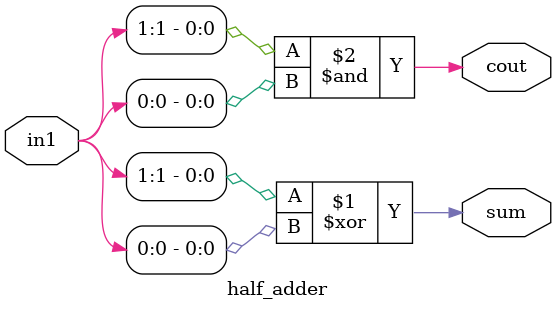
<source format=v>
`timescale 1ns / 1ps
module half_adder(in1 ,sum , cout);


input  [1:0] in1;
output sum ;
output cout ;

assign sum = (in1[1] ^in1[0]) ;
assign cout = (in1[1] &in1[0]) ;


endmodule

</source>
